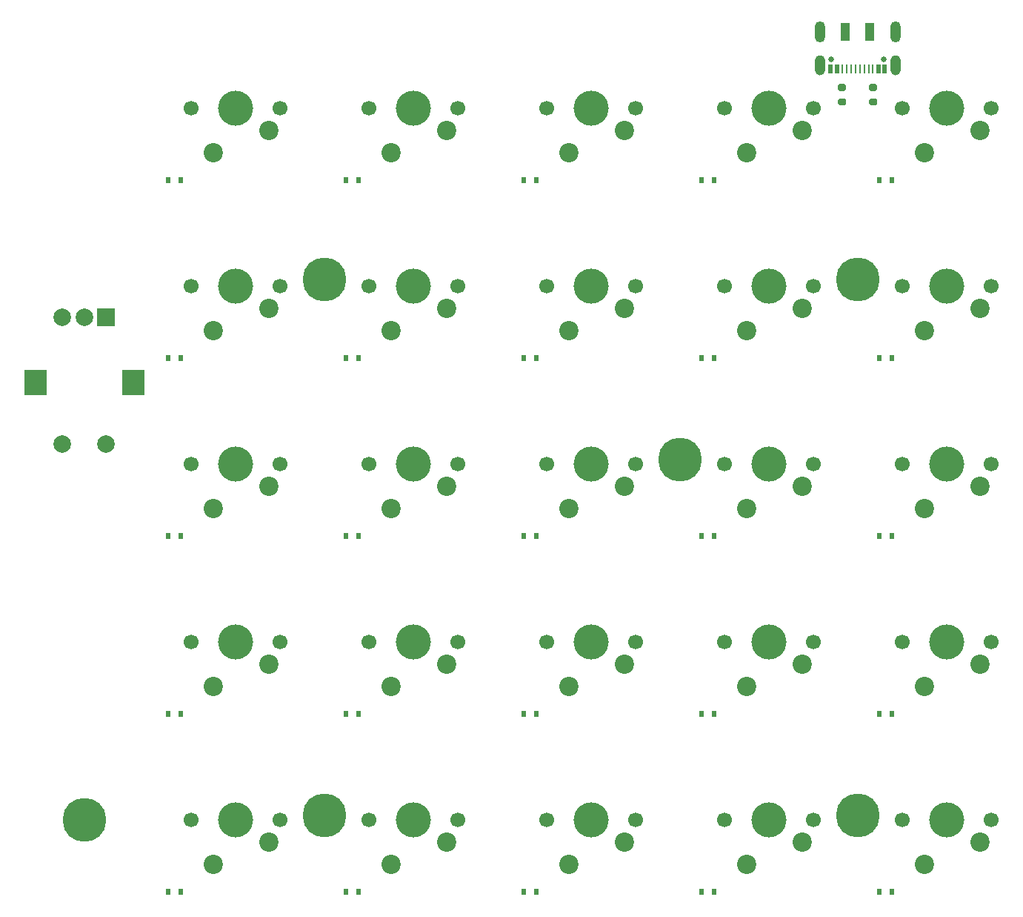
<source format=gbr>
%TF.GenerationSoftware,KiCad,Pcbnew,(5.1.8)-1*%
%TF.CreationDate,2020-12-21T14:13:34-08:00*%
%TF.ProjectId,DeskTopVolKnob_Keypad,4465736b-546f-4705-966f-6c4b6e6f625f,rev?*%
%TF.SameCoordinates,Original*%
%TF.FileFunction,Soldermask,Bot*%
%TF.FilePolarity,Negative*%
%FSLAX46Y46*%
G04 Gerber Fmt 4.6, Leading zero omitted, Abs format (unit mm)*
G04 Created by KiCad (PCBNEW (5.1.8)-1) date 2020-12-21 14:13:34*
%MOMM*%
%LPD*%
G01*
G04 APERTURE LIST*
%ADD10C,1.700000*%
%ADD11C,4.000000*%
%ADD12C,2.200000*%
%ADD13C,0.800000*%
%ADD14C,5.000000*%
%ADD15O,1.200000X2.400000*%
%ADD16O,1.158000X2.316000*%
%ADD17C,0.630000*%
%ADD18R,1.000000X2.000000*%
%ADD19C,0.600000*%
%ADD20R,0.270000X1.000000*%
%ADD21R,0.520000X1.000000*%
%ADD22R,0.600000X0.700000*%
%ADD23R,2.000000X2.000000*%
%ADD24C,2.000000*%
%ADD25R,2.500000X3.000000*%
G04 APERTURE END LIST*
D10*
%TO.C,SW26*%
X58420000Y-38100000D03*
X68580000Y-38100000D03*
D11*
X63500000Y-38100000D03*
D12*
X67310000Y-40640000D03*
X60960000Y-43180000D03*
%TD*%
D10*
%TO.C,SW25*%
X58420000Y-58420000D03*
X68580000Y-58420000D03*
D11*
X63500000Y-58420000D03*
D12*
X67310000Y-60960000D03*
X60960000Y-63500000D03*
%TD*%
D10*
%TO.C,SW24*%
X58420000Y-78740000D03*
X68580000Y-78740000D03*
D11*
X63500000Y-78740000D03*
D12*
X67310000Y-81280000D03*
X60960000Y-83820000D03*
%TD*%
D10*
%TO.C,SW23*%
X58420000Y-99060000D03*
X68580000Y-99060000D03*
D11*
X63500000Y-99060000D03*
D12*
X67310000Y-101600000D03*
X60960000Y-104140000D03*
%TD*%
D10*
%TO.C,SW22*%
X58420000Y-119380000D03*
X68580000Y-119380000D03*
D11*
X63500000Y-119380000D03*
D12*
X67310000Y-121920000D03*
X60960000Y-124460000D03*
%TD*%
D10*
%TO.C,SW21*%
X78740000Y-38100000D03*
X88900000Y-38100000D03*
D11*
X83820000Y-38100000D03*
D12*
X87630000Y-40640000D03*
X81280000Y-43180000D03*
%TD*%
D10*
%TO.C,SW20*%
X78740000Y-58420000D03*
X88900000Y-58420000D03*
D11*
X83820000Y-58420000D03*
D12*
X87630000Y-60960000D03*
X81280000Y-63500000D03*
%TD*%
D10*
%TO.C,SW19*%
X78740000Y-78740000D03*
X88900000Y-78740000D03*
D11*
X83820000Y-78740000D03*
D12*
X87630000Y-81280000D03*
X81280000Y-83820000D03*
%TD*%
D10*
%TO.C,SW18*%
X78740000Y-99060000D03*
X88900000Y-99060000D03*
D11*
X83820000Y-99060000D03*
D12*
X87630000Y-101600000D03*
X81280000Y-104140000D03*
%TD*%
D10*
%TO.C,SW17*%
X78740000Y-119380000D03*
X88900000Y-119380000D03*
D11*
X83820000Y-119380000D03*
D12*
X87630000Y-121920000D03*
X81280000Y-124460000D03*
%TD*%
D10*
%TO.C,SW16*%
X99060000Y-38100000D03*
X109220000Y-38100000D03*
D11*
X104140000Y-38100000D03*
D12*
X107950000Y-40640000D03*
X101600000Y-43180000D03*
%TD*%
D10*
%TO.C,SW15*%
X99060000Y-58420000D03*
X109220000Y-58420000D03*
D11*
X104140000Y-58420000D03*
D12*
X107950000Y-60960000D03*
X101600000Y-63500000D03*
%TD*%
D10*
%TO.C,SW14*%
X99060000Y-78740000D03*
X109220000Y-78740000D03*
D11*
X104140000Y-78740000D03*
D12*
X107950000Y-81280000D03*
X101600000Y-83820000D03*
%TD*%
D10*
%TO.C,SW13*%
X99060000Y-99060000D03*
X109220000Y-99060000D03*
D11*
X104140000Y-99060000D03*
D12*
X107950000Y-101600000D03*
X101600000Y-104140000D03*
%TD*%
D10*
%TO.C,SW12*%
X99060000Y-119380000D03*
X109220000Y-119380000D03*
D11*
X104140000Y-119380000D03*
D12*
X107950000Y-121920000D03*
X101600000Y-124460000D03*
%TD*%
D10*
%TO.C,SW11*%
X119380000Y-38100000D03*
X129540000Y-38100000D03*
D11*
X124460000Y-38100000D03*
D12*
X128270000Y-40640000D03*
X121920000Y-43180000D03*
%TD*%
D10*
%TO.C,SW10*%
X119380000Y-58420000D03*
X129540000Y-58420000D03*
D11*
X124460000Y-58420000D03*
D12*
X128270000Y-60960000D03*
X121920000Y-63500000D03*
%TD*%
D10*
%TO.C,SW9*%
X119380000Y-78740000D03*
X129540000Y-78740000D03*
D11*
X124460000Y-78740000D03*
D12*
X128270000Y-81280000D03*
X121920000Y-83820000D03*
%TD*%
D10*
%TO.C,SW8*%
X119380000Y-99060000D03*
X129540000Y-99060000D03*
D11*
X124460000Y-99060000D03*
D12*
X128270000Y-101600000D03*
X121920000Y-104140000D03*
%TD*%
D10*
%TO.C,SW7*%
X119380000Y-119380000D03*
X129540000Y-119380000D03*
D11*
X124460000Y-119380000D03*
D12*
X128270000Y-121920000D03*
X121920000Y-124460000D03*
%TD*%
D10*
%TO.C,SW6*%
X139700000Y-38100000D03*
X149860000Y-38100000D03*
D11*
X144780000Y-38100000D03*
D12*
X148590000Y-40640000D03*
X142240000Y-43180000D03*
%TD*%
D10*
%TO.C,SW5*%
X139700000Y-58420000D03*
X149860000Y-58420000D03*
D11*
X144780000Y-58420000D03*
D12*
X148590000Y-60960000D03*
X142240000Y-63500000D03*
%TD*%
D10*
%TO.C,SW4*%
X139700000Y-78740000D03*
X149860000Y-78740000D03*
D11*
X144780000Y-78740000D03*
D12*
X148590000Y-81280000D03*
X142240000Y-83820000D03*
%TD*%
D10*
%TO.C,SW3*%
X139700000Y-99060000D03*
X149860000Y-99060000D03*
D11*
X144780000Y-99060000D03*
D12*
X148590000Y-101600000D03*
X142240000Y-104140000D03*
%TD*%
D10*
%TO.C,SW2*%
X139700000Y-119380000D03*
X149860000Y-119380000D03*
D11*
X144780000Y-119380000D03*
D12*
X148590000Y-121920000D03*
X142240000Y-124460000D03*
%TD*%
D13*
%TO.C,REF\u002A\u002A*%
X47553825Y-118054175D03*
X46228000Y-117505000D03*
X44902175Y-118054175D03*
X44353000Y-119380000D03*
X44902175Y-120705825D03*
X46228000Y-121255000D03*
X47553825Y-120705825D03*
X48103000Y-119380000D03*
D14*
X46228000Y-119380000D03*
%TD*%
D13*
%TO.C,REF\u002A\u002A*%
X115625825Y-76906175D03*
X114300000Y-76357000D03*
X112974175Y-76906175D03*
X112425000Y-78232000D03*
X112974175Y-79557825D03*
X114300000Y-80107000D03*
X115625825Y-79557825D03*
X116175000Y-78232000D03*
D14*
X114300000Y-78232000D03*
%TD*%
D13*
%TO.C,REF\u002A\u002A*%
X74985825Y-117546175D03*
X73660000Y-116997000D03*
X72334175Y-117546175D03*
X71785000Y-118872000D03*
X72334175Y-120197825D03*
X73660000Y-120747000D03*
X74985825Y-120197825D03*
X75535000Y-118872000D03*
D14*
X73660000Y-118872000D03*
%TD*%
D13*
%TO.C,REF\u002A\u002A*%
X135945825Y-117546175D03*
X134620000Y-116997000D03*
X133294175Y-117546175D03*
X132745000Y-118872000D03*
X133294175Y-120197825D03*
X134620000Y-120747000D03*
X135945825Y-120197825D03*
X136495000Y-118872000D03*
D14*
X134620000Y-118872000D03*
%TD*%
D13*
%TO.C,REF\u002A\u002A*%
X135945825Y-56332175D03*
X134620000Y-55783000D03*
X133294175Y-56332175D03*
X132745000Y-57658000D03*
X133294175Y-58983825D03*
X134620000Y-59533000D03*
X135945825Y-58983825D03*
X136495000Y-57658000D03*
D14*
X134620000Y-57658000D03*
%TD*%
D13*
%TO.C,REF\u002A\u002A*%
X74985825Y-56332175D03*
X73660000Y-55783000D03*
X72334175Y-56332175D03*
X71785000Y-57658000D03*
X72334175Y-58983825D03*
X73660000Y-59533000D03*
X74985825Y-58983825D03*
X75535000Y-57658000D03*
D14*
X73660000Y-57658000D03*
%TD*%
D15*
%TO.C,J1*%
X138940000Y-29412000D03*
X130300000Y-29412000D03*
D16*
X138940000Y-33237000D03*
X130300000Y-33237000D03*
D17*
X131620000Y-32512000D03*
D18*
X136020000Y-29412000D03*
X133220000Y-29412000D03*
D17*
X137620000Y-32512000D03*
D19*
X137620000Y-32512000D03*
D20*
X135870000Y-33612000D03*
X135370000Y-33612000D03*
X134870000Y-33612000D03*
X134370000Y-33612000D03*
X133870000Y-33612000D03*
X133370000Y-33612000D03*
X136370000Y-33612000D03*
X132870000Y-33612000D03*
D21*
X136970000Y-33612000D03*
X132270000Y-33612000D03*
X137720000Y-33612000D03*
X131520000Y-33612000D03*
%TD*%
%TO.C,R2*%
G36*
G01*
X133117000Y-36151000D02*
X132567000Y-36151000D01*
G75*
G02*
X132367000Y-35951000I0J200000D01*
G01*
X132367000Y-35551000D01*
G75*
G02*
X132567000Y-35351000I200000J0D01*
G01*
X133117000Y-35351000D01*
G75*
G02*
X133317000Y-35551000I0J-200000D01*
G01*
X133317000Y-35951000D01*
G75*
G02*
X133117000Y-36151000I-200000J0D01*
G01*
G37*
G36*
G01*
X133117000Y-37801000D02*
X132567000Y-37801000D01*
G75*
G02*
X132367000Y-37601000I0J200000D01*
G01*
X132367000Y-37201000D01*
G75*
G02*
X132567000Y-37001000I200000J0D01*
G01*
X133117000Y-37001000D01*
G75*
G02*
X133317000Y-37201000I0J-200000D01*
G01*
X133317000Y-37601000D01*
G75*
G02*
X133117000Y-37801000I-200000J0D01*
G01*
G37*
%TD*%
%TO.C,R1*%
G36*
G01*
X136673000Y-36151000D02*
X136123000Y-36151000D01*
G75*
G02*
X135923000Y-35951000I0J200000D01*
G01*
X135923000Y-35551000D01*
G75*
G02*
X136123000Y-35351000I200000J0D01*
G01*
X136673000Y-35351000D01*
G75*
G02*
X136873000Y-35551000I0J-200000D01*
G01*
X136873000Y-35951000D01*
G75*
G02*
X136673000Y-36151000I-200000J0D01*
G01*
G37*
G36*
G01*
X136673000Y-37801000D02*
X136123000Y-37801000D01*
G75*
G02*
X135923000Y-37601000I0J200000D01*
G01*
X135923000Y-37201000D01*
G75*
G02*
X136123000Y-37001000I200000J0D01*
G01*
X136673000Y-37001000D01*
G75*
G02*
X136873000Y-37201000I0J-200000D01*
G01*
X136873000Y-37601000D01*
G75*
G02*
X136673000Y-37801000I-200000J0D01*
G01*
G37*
%TD*%
D22*
%TO.C,D25*%
X55815000Y-46355000D03*
X57215000Y-46355000D03*
%TD*%
%TO.C,D24*%
X55815000Y-66675000D03*
X57215000Y-66675000D03*
%TD*%
%TO.C,D23*%
X55815000Y-86995000D03*
X57215000Y-86995000D03*
%TD*%
%TO.C,D22*%
X55815000Y-107315000D03*
X57215000Y-107315000D03*
%TD*%
%TO.C,D21*%
X55815000Y-127635000D03*
X57215000Y-127635000D03*
%TD*%
%TO.C,D20*%
X76135000Y-46355000D03*
X77535000Y-46355000D03*
%TD*%
%TO.C,D19*%
X76135000Y-66675000D03*
X77535000Y-66675000D03*
%TD*%
%TO.C,D18*%
X76135000Y-86995000D03*
X77535000Y-86995000D03*
%TD*%
%TO.C,D17*%
X76135000Y-107315000D03*
X77535000Y-107315000D03*
%TD*%
%TO.C,D16*%
X76135000Y-127635000D03*
X77535000Y-127635000D03*
%TD*%
%TO.C,D15*%
X96455000Y-46355000D03*
X97855000Y-46355000D03*
%TD*%
%TO.C,D14*%
X96455000Y-66675000D03*
X97855000Y-66675000D03*
%TD*%
%TO.C,D13*%
X96455000Y-86995000D03*
X97855000Y-86995000D03*
%TD*%
%TO.C,D12*%
X96455000Y-107315000D03*
X97855000Y-107315000D03*
%TD*%
%TO.C,D11*%
X96455000Y-127635000D03*
X97855000Y-127635000D03*
%TD*%
%TO.C,D10*%
X116775000Y-46355000D03*
X118175000Y-46355000D03*
%TD*%
%TO.C,D9*%
X116775000Y-66675000D03*
X118175000Y-66675000D03*
%TD*%
%TO.C,D8*%
X116775000Y-86995000D03*
X118175000Y-86995000D03*
%TD*%
%TO.C,D7*%
X116775000Y-107315000D03*
X118175000Y-107315000D03*
%TD*%
%TO.C,D6*%
X116775000Y-127635000D03*
X118175000Y-127635000D03*
%TD*%
%TO.C,D5*%
X137095000Y-46355000D03*
X138495000Y-46355000D03*
%TD*%
%TO.C,D4*%
X137095000Y-66675000D03*
X138495000Y-66675000D03*
%TD*%
%TO.C,D3*%
X137095000Y-86995000D03*
X138495000Y-86995000D03*
%TD*%
%TO.C,D2*%
X137095000Y-107315000D03*
X138495000Y-107315000D03*
%TD*%
%TO.C,D1*%
X137095000Y-127635000D03*
X138495000Y-127635000D03*
%TD*%
D23*
%TO.C,SW1*%
X48728000Y-61976000D03*
D24*
X46228000Y-61976000D03*
X43728000Y-61976000D03*
D25*
X51828000Y-69476000D03*
X40628000Y-69476000D03*
D24*
X48728000Y-76476000D03*
X43728000Y-76476000D03*
%TD*%
M02*

</source>
